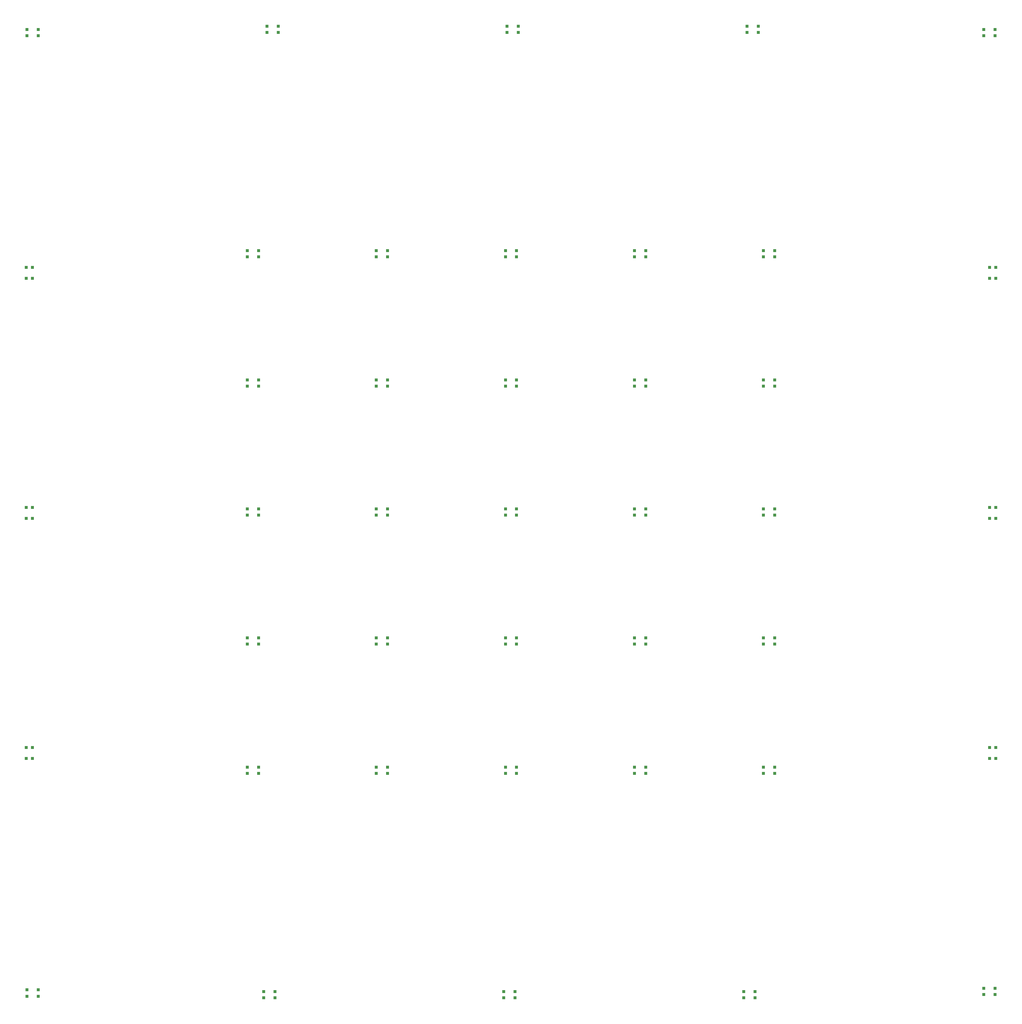
<source format=gbr>
%TF.GenerationSoftware,KiCad,Pcbnew,5.99.0-unknown-e376750~101~ubuntu19.10.1*%
%TF.CreationDate,2020-06-25T20:18:13+02:00*%
%TF.ProjectId,leds,6c656473-2e6b-4696-9361-645f70636258,rev?*%
%TF.SameCoordinates,Original*%
%TF.FileFunction,Soldermask,Top*%
%TF.FilePolarity,Negative*%
%FSLAX46Y46*%
G04 Gerber Fmt 4.6, Leading zero omitted, Abs format (unit mm)*
G04 Created by KiCad (PCBNEW 5.99.0-unknown-e376750~101~ubuntu19.10.1) date 2020-06-25 20:18:13*
%MOMM*%
%LPD*%
G01*
G04 APERTURE LIST*
%ADD10R,0.800000X0.800000*%
G04 APERTURE END LIST*
D10*
%TO.C,D141*%
X239900000Y-215675000D03*
X242500000Y-217125000D03*
X239900000Y-217125000D03*
X242500000Y-215675000D03*
%TD*%
%TO.C,D140*%
X17275000Y-50700000D03*
X18725000Y-48100000D03*
X18725000Y-50700000D03*
X17275000Y-48100000D03*
%TD*%
%TO.C,D139*%
X17500000Y-216075000D03*
X20100000Y-217525000D03*
X17500000Y-217525000D03*
X20100000Y-216075000D03*
%TD*%
%TO.C,D138*%
X239900000Y7125000D03*
X242500000Y5675000D03*
X239900000Y5675000D03*
X242500000Y7125000D03*
%TD*%
%TO.C,D137*%
X17275000Y-162300000D03*
X18725000Y-159700000D03*
X18725000Y-162300000D03*
X17275000Y-159700000D03*
%TD*%
%TO.C,D136*%
X241275000Y-162300000D03*
X242725000Y-159700000D03*
X242725000Y-162300000D03*
X241275000Y-159700000D03*
%TD*%
%TO.C,D135*%
X129100000Y7925000D03*
X131700000Y6475000D03*
X129100000Y6475000D03*
X131700000Y7925000D03*
%TD*%
%TO.C,D134*%
X184100000Y-216475000D03*
X186700000Y-217925000D03*
X184100000Y-217925000D03*
X186700000Y-216475000D03*
%TD*%
%TO.C,D133*%
X73300000Y7925000D03*
X75900000Y6475000D03*
X73300000Y6475000D03*
X75900000Y7925000D03*
%TD*%
%TO.C,D132*%
X128300000Y-216475000D03*
X130900000Y-217925000D03*
X128300000Y-217925000D03*
X130900000Y-216475000D03*
%TD*%
%TO.C,D131*%
X17275000Y-106500000D03*
X18725000Y-103900000D03*
X18725000Y-106500000D03*
X17275000Y-103900000D03*
%TD*%
%TO.C,D130*%
X72500000Y-216475000D03*
X75100000Y-217925000D03*
X72500000Y-217925000D03*
X75100000Y-216475000D03*
%TD*%
%TO.C,D129*%
X241275000Y-106500000D03*
X242725000Y-103900000D03*
X242725000Y-106500000D03*
X241275000Y-103900000D03*
%TD*%
%TO.C,D128*%
X241275000Y-50700000D03*
X242725000Y-48100000D03*
X242725000Y-50700000D03*
X241275000Y-48100000D03*
%TD*%
%TO.C,D127*%
X184900000Y7925000D03*
X187500000Y6475000D03*
X184900000Y6475000D03*
X187500000Y7925000D03*
%TD*%
%TO.C,D126*%
X17500000Y7125000D03*
X20100000Y5675000D03*
X17500000Y5675000D03*
X20100000Y7125000D03*
%TD*%
%TO.C,D125*%
X188700000Y-164275000D03*
X191300000Y-165725000D03*
X188700000Y-165725000D03*
X191300000Y-164275000D03*
%TD*%
%TO.C,D124*%
X188700000Y-134275000D03*
X191300000Y-135725000D03*
X188700000Y-135725000D03*
X191300000Y-134275000D03*
%TD*%
%TO.C,D123*%
X188700000Y-104275000D03*
X191300000Y-105725000D03*
X188700000Y-105725000D03*
X191300000Y-104275000D03*
%TD*%
%TO.C,D122*%
X188700000Y-74275000D03*
X191300000Y-75725000D03*
X188700000Y-75725000D03*
X191300000Y-74275000D03*
%TD*%
%TO.C,D121*%
X188700000Y-44275000D03*
X191300000Y-45725000D03*
X188700000Y-45725000D03*
X191300000Y-44275000D03*
%TD*%
%TO.C,D120*%
X158700000Y-164275000D03*
X161300000Y-165725000D03*
X158700000Y-165725000D03*
X161300000Y-164275000D03*
%TD*%
%TO.C,D119*%
X158700000Y-134275000D03*
X161300000Y-135725000D03*
X158700000Y-135725000D03*
X161300000Y-134275000D03*
%TD*%
%TO.C,D118*%
X158700000Y-104275000D03*
X161300000Y-105725000D03*
X158700000Y-105725000D03*
X161300000Y-104275000D03*
%TD*%
%TO.C,D117*%
X158700000Y-74275000D03*
X161300000Y-75725000D03*
X158700000Y-75725000D03*
X161300000Y-74275000D03*
%TD*%
%TO.C,D116*%
X158700000Y-44275000D03*
X161300000Y-45725000D03*
X158700000Y-45725000D03*
X161300000Y-44275000D03*
%TD*%
%TO.C,D115*%
X128700000Y-164275000D03*
X131300000Y-165725000D03*
X128700000Y-165725000D03*
X131300000Y-164275000D03*
%TD*%
%TO.C,D114*%
X128700000Y-134275000D03*
X131300000Y-135725000D03*
X128700000Y-135725000D03*
X131300000Y-134275000D03*
%TD*%
%TO.C,D113*%
X128700000Y-104275000D03*
X131300000Y-105725000D03*
X128700000Y-105725000D03*
X131300000Y-104275000D03*
%TD*%
%TO.C,D112*%
X128700000Y-74275000D03*
X131300000Y-75725000D03*
X128700000Y-75725000D03*
X131300000Y-74275000D03*
%TD*%
%TO.C,D111*%
X128700000Y-44275000D03*
X131300000Y-45725000D03*
X128700000Y-45725000D03*
X131300000Y-44275000D03*
%TD*%
%TO.C,D110*%
X98700000Y-164275000D03*
X101300000Y-165725000D03*
X98700000Y-165725000D03*
X101300000Y-164275000D03*
%TD*%
%TO.C,D109*%
X98700000Y-134275000D03*
X101300000Y-135725000D03*
X98700000Y-135725000D03*
X101300000Y-134275000D03*
%TD*%
%TO.C,D108*%
X98700000Y-104275000D03*
X101300000Y-105725000D03*
X98700000Y-105725000D03*
X101300000Y-104275000D03*
%TD*%
%TO.C,D107*%
X98700000Y-74275000D03*
X101300000Y-75725000D03*
X98700000Y-75725000D03*
X101300000Y-74275000D03*
%TD*%
%TO.C,D106*%
X98700000Y-44275000D03*
X101300000Y-45725000D03*
X98700000Y-45725000D03*
X101300000Y-44275000D03*
%TD*%
%TO.C,D105*%
X68700000Y-164275000D03*
X71300000Y-165725000D03*
X68700000Y-165725000D03*
X71300000Y-164275000D03*
%TD*%
%TO.C,D104*%
X68700000Y-134275000D03*
X71300000Y-135725000D03*
X68700000Y-135725000D03*
X71300000Y-134275000D03*
%TD*%
%TO.C,D103*%
X68700000Y-104275000D03*
X71300000Y-105725000D03*
X68700000Y-105725000D03*
X71300000Y-104275000D03*
%TD*%
%TO.C,D102*%
X68700000Y-74275000D03*
X71300000Y-75725000D03*
X68700000Y-75725000D03*
X71300000Y-74275000D03*
%TD*%
%TO.C,D101*%
X68700000Y-44275000D03*
X71300000Y-45725000D03*
X68700000Y-45725000D03*
X71300000Y-44275000D03*
%TD*%
M02*

</source>
